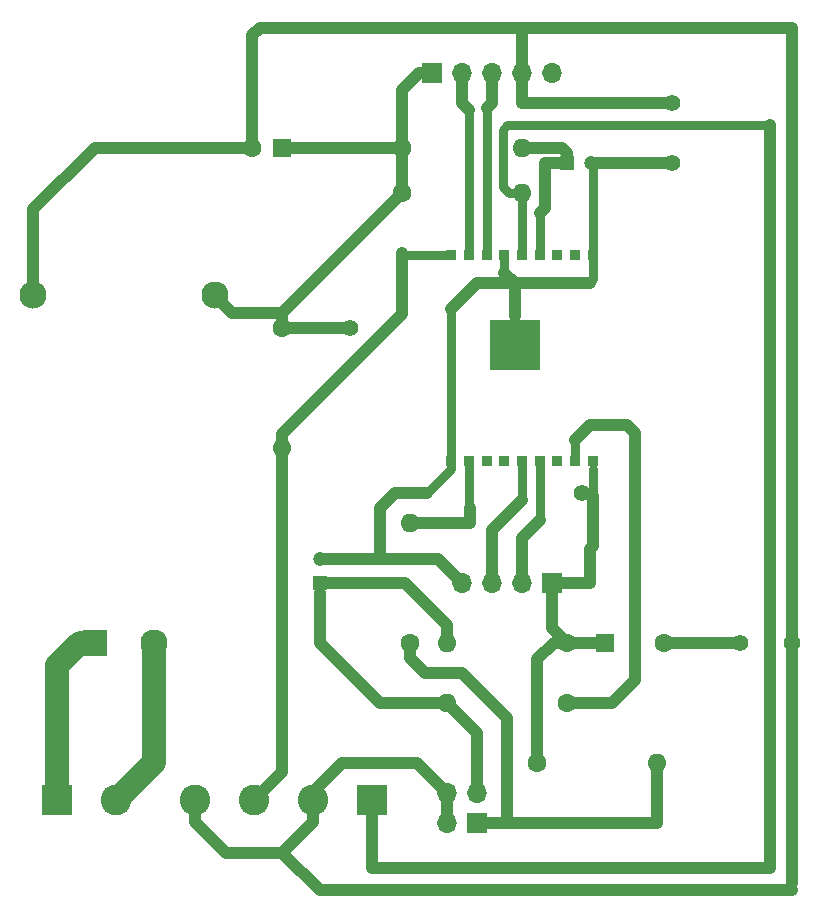
<source format=gbl>
G04 #@! TF.GenerationSoftware,KiCad,Pcbnew,5.1.5-52549c5~86~ubuntu18.04.1*
G04 #@! TF.CreationDate,2020-05-10T17:19:42+02:00*
G04 #@! TF.ProjectId,Wasserhahn,57617373-6572-4686-9168-6e2e6b696361,rev?*
G04 #@! TF.SameCoordinates,Original*
G04 #@! TF.FileFunction,Copper,L2,Bot*
G04 #@! TF.FilePolarity,Positive*
%FSLAX46Y46*%
G04 Gerber Fmt 4.6, Leading zero omitted, Abs format (unit mm)*
G04 Created by KiCad (PCBNEW 5.1.5-52549c5~86~ubuntu18.04.1) date 2020-05-10 17:19:42*
%MOMM*%
%LPD*%
G04 APERTURE LIST*
%ADD10R,2.600000X2.600000*%
%ADD11C,2.600000*%
%ADD12C,1.600000*%
%ADD13R,1.600000X1.600000*%
%ADD14O,1.600000X1.600000*%
%ADD15R,0.912500X0.850000*%
%ADD16R,4.300000X4.300000*%
%ADD17R,1.200000X1.200000*%
%ADD18C,1.200000*%
%ADD19R,1.700000X1.700000*%
%ADD20O,1.700000X1.700000*%
%ADD21C,2.300000*%
%ADD22R,2.000000X2.300000*%
%ADD23C,1.400000*%
%ADD24C,1.000000*%
%ADD25C,0.800000*%
%ADD26C,0.250000*%
%ADD27C,0.500000*%
%ADD28C,2.000000*%
G04 APERTURE END LIST*
D10*
X147320000Y-95885000D03*
D11*
X142320000Y-95885000D03*
X137320000Y-95885000D03*
X132320000Y-95885000D03*
D12*
X172005000Y-82550000D03*
D13*
X167005000Y-82550000D03*
D12*
X150495000Y-82550000D03*
D14*
X150495000Y-72390000D03*
D15*
X166020000Y-49682500D03*
X164520000Y-49682500D03*
X163020000Y-49682500D03*
X161520000Y-49682500D03*
X160020000Y-49682500D03*
X158520000Y-49682500D03*
X157020000Y-49682500D03*
X155520000Y-49682500D03*
X154020000Y-49682500D03*
X154020000Y-67157500D03*
X155520000Y-67157500D03*
X157020000Y-67157500D03*
X158520000Y-67157500D03*
X160020000Y-67157500D03*
X161520000Y-67157500D03*
X163020000Y-67157500D03*
X164520000Y-67157500D03*
X166020000Y-67157500D03*
D16*
X159440000Y-57300000D03*
D17*
X142875000Y-77470000D03*
D18*
X142875000Y-75470000D03*
X165830000Y-41910000D03*
D17*
X163830000Y-41910000D03*
D13*
X139700000Y-40640000D03*
D12*
X137200000Y-40640000D03*
D10*
X120650000Y-95885000D03*
D11*
X125650000Y-95885000D03*
D19*
X162560000Y-77470000D03*
D20*
X160020000Y-77470000D03*
X157480000Y-77470000D03*
X154940000Y-77470000D03*
D19*
X152400000Y-34290000D03*
D20*
X154940000Y-34290000D03*
X157480000Y-34290000D03*
X160020000Y-34290000D03*
X162560000Y-34290000D03*
D19*
X156210000Y-97790000D03*
D20*
X153670000Y-97790000D03*
X156210000Y-95250000D03*
X153670000Y-95250000D03*
D21*
X118625000Y-53150000D03*
D22*
X123825000Y-82550000D03*
D21*
X128825000Y-82550000D03*
X134025000Y-53150000D03*
D12*
X163830000Y-87630000D03*
D14*
X153670000Y-87630000D03*
D12*
X163830000Y-82550000D03*
D14*
X153670000Y-82550000D03*
X160020000Y-40640000D03*
D12*
X149860000Y-40640000D03*
D14*
X139700000Y-66040000D03*
D12*
X139700000Y-55880000D03*
X149860000Y-44450000D03*
D14*
X160020000Y-44450000D03*
X171450000Y-92710000D03*
D12*
X161290000Y-92710000D03*
D23*
X178435000Y-82550000D03*
X172720000Y-41910000D03*
X172720000Y-36830000D03*
X182880000Y-82550000D03*
X145415000Y-55880000D03*
X165100000Y-69850000D03*
D24*
X139700000Y-64908630D02*
X149860000Y-54748630D01*
X139700000Y-66040000D02*
X139700000Y-64908630D01*
X149860000Y-54748630D02*
X149860000Y-49530000D01*
D25*
X150012500Y-49682500D02*
X154020000Y-49682500D01*
D26*
X149860000Y-49530000D02*
X150012500Y-49682500D01*
X137320000Y-95885000D02*
X137320000Y-94896409D01*
D24*
X139700000Y-93505000D02*
X137320000Y-95885000D01*
X139700000Y-66040000D02*
X139700000Y-93505000D01*
D26*
X166020000Y-42100000D02*
X165830000Y-41910000D01*
D25*
X166020000Y-49682500D02*
X166020000Y-42100000D01*
D24*
X160020000Y-30480000D02*
X160020000Y-34290000D01*
X142320000Y-97723477D02*
X142320000Y-95885000D01*
X132320000Y-95885000D02*
X132320000Y-97723477D01*
X132320000Y-97723477D02*
X134926523Y-100330000D01*
X134926523Y-100330000D02*
X139700000Y-100330000D01*
D26*
X142240000Y-97790000D02*
X142253477Y-97790000D01*
D24*
X139700000Y-100330000D02*
X142240000Y-97790000D01*
D26*
X142253477Y-97790000D02*
X142320000Y-97723477D01*
D24*
X153670000Y-97087081D02*
X153670000Y-95885000D01*
D25*
X166020000Y-49682500D02*
X166020000Y-51785000D01*
D27*
X166020000Y-51785000D02*
X165735000Y-52070000D01*
D24*
X165735000Y-52070000D02*
X159385000Y-52070000D01*
D25*
X158520000Y-51205000D02*
X158520000Y-49682500D01*
D24*
X159385000Y-52070000D02*
X158520000Y-51205000D01*
X159385000Y-52070000D02*
X156210000Y-52070000D01*
D25*
X154020000Y-54260000D02*
X154020000Y-67157500D01*
D24*
X156210000Y-52070000D02*
X154020000Y-54260000D01*
D27*
X159440000Y-54900000D02*
X159385000Y-54845000D01*
X159440000Y-57300000D02*
X159440000Y-54900000D01*
D24*
X159385000Y-54845000D02*
X159385000Y-52070000D01*
D25*
X154020000Y-67832500D02*
X152002500Y-69850000D01*
X154020000Y-67157500D02*
X154020000Y-67832500D01*
D24*
X152002500Y-69850000D02*
X150495000Y-69850000D01*
X147955000Y-71120000D02*
X147955000Y-75470000D01*
X149225000Y-69850000D02*
X147955000Y-71120000D01*
X142875000Y-75470000D02*
X147955000Y-75470000D01*
X152940000Y-75470000D02*
X154940000Y-77470000D01*
X147955000Y-75470000D02*
X152940000Y-75470000D01*
X149225000Y-69850000D02*
X150495000Y-69850000D01*
X142253477Y-95236523D02*
X144780000Y-92710000D01*
X151130000Y-92710000D02*
X153670000Y-95250000D01*
X144780000Y-92710000D02*
X151130000Y-92710000D01*
D26*
X160020000Y-34290000D02*
X160020000Y-33087919D01*
D24*
X160020000Y-33087919D02*
X160020000Y-30480000D01*
X142875000Y-103505000D02*
X139700000Y-100330000D01*
X160020000Y-30480000D02*
X182880000Y-30480000D01*
X182880000Y-30480000D02*
X182880000Y-71755000D01*
X160020000Y-34290000D02*
X160020000Y-35492081D01*
X160020000Y-35492081D02*
X160020000Y-36830000D01*
X160020000Y-36830000D02*
X172720000Y-36830000D01*
D26*
X172720000Y-36830000D02*
X172720000Y-36830000D01*
D24*
X165830000Y-41910000D02*
X172175001Y-41910000D01*
D26*
X172175001Y-41910000D02*
X172720000Y-41910000D01*
X172005000Y-82550000D02*
X172679991Y-82550000D01*
D24*
X182880000Y-82550000D02*
X182880000Y-102870000D01*
D27*
X182880000Y-102870000D02*
X182880000Y-103505000D01*
D24*
X182880000Y-103505000D02*
X142875000Y-103505000D01*
X182880000Y-71755000D02*
X182880000Y-82550000D01*
X118625000Y-53150000D02*
X118625000Y-45840000D01*
X123825000Y-40640000D02*
X137200000Y-40640000D01*
X118625000Y-45840000D02*
X123825000Y-40640000D01*
D26*
X154020000Y-54260000D02*
X154020000Y-60040000D01*
D24*
X137200000Y-40640000D02*
X137200000Y-31075000D01*
X137795000Y-30480000D02*
X160020000Y-30480000D01*
X137200000Y-31075000D02*
X137795000Y-30480000D01*
X172005000Y-82550000D02*
X178435000Y-82550000D01*
X149860000Y-44450000D02*
X149860000Y-40640000D01*
X151300000Y-34290000D02*
X152400000Y-34290000D01*
X149860000Y-35730000D02*
X151300000Y-34290000D01*
X149860000Y-40640000D02*
X149860000Y-35730000D01*
X162560000Y-81280000D02*
X163830000Y-82550000D01*
X162560000Y-77470000D02*
X162560000Y-81280000D01*
D27*
X166020000Y-67832500D02*
X166020000Y-67157500D01*
D24*
X162698630Y-82550000D02*
X161290000Y-83958630D01*
X163830000Y-82550000D02*
X162698630Y-82550000D01*
X161290000Y-83958630D02*
X161290000Y-92710000D01*
X163830000Y-82550000D02*
X167005000Y-82550000D01*
X139700000Y-54610000D02*
X139700000Y-55880000D01*
X149860000Y-44450000D02*
X139700000Y-54610000D01*
X139700000Y-55880000D02*
X145415000Y-55880000D01*
D26*
X145415000Y-55880000D02*
X145415000Y-55880000D01*
D27*
X165735000Y-69850000D02*
X166020000Y-70135000D01*
D26*
X165100000Y-69850000D02*
X165735000Y-69850000D01*
D24*
X166020000Y-74365000D02*
X166020000Y-70135000D01*
D25*
X166020000Y-70135000D02*
X166020000Y-67832500D01*
D24*
X135485000Y-54610000D02*
X134025000Y-53150000D01*
X139700000Y-54610000D02*
X135485000Y-54610000D01*
X139700000Y-40640000D02*
X149860000Y-40640000D01*
X162560000Y-77470000D02*
X165735000Y-77470000D01*
D27*
X165735000Y-74650000D02*
X166020000Y-74365000D01*
D24*
X165735000Y-77470000D02*
X165735000Y-74650000D01*
X163830000Y-41060000D02*
X163830000Y-41910000D01*
X163410000Y-40640000D02*
X163830000Y-41060000D01*
X160020000Y-40640000D02*
X163410000Y-40640000D01*
D25*
X161520000Y-49682500D02*
X161520000Y-46125000D01*
D24*
X161520000Y-46125000D02*
X161925000Y-45720000D01*
X161925000Y-45720000D02*
X161925000Y-41910000D01*
X161925000Y-41910000D02*
X163830000Y-41910000D01*
D28*
X120650000Y-84475000D02*
X122575000Y-82550000D01*
X120650000Y-95885000D02*
X120650000Y-84475000D01*
X123825000Y-82550000D02*
X122575000Y-82550000D01*
X128825000Y-92710000D02*
X128825000Y-82550000D01*
X125650000Y-95885000D02*
X128825000Y-92710000D01*
D25*
X161520000Y-67157500D02*
X161520000Y-72160000D01*
D24*
X161520000Y-72160000D02*
X160020000Y-73660000D01*
X160020000Y-73660000D02*
X160020000Y-77470000D01*
D25*
X160020000Y-67157500D02*
X160020000Y-70485000D01*
D24*
X160020000Y-70485000D02*
X157480000Y-73025000D01*
X157480000Y-73025000D02*
X157480000Y-77470000D01*
D25*
X155520000Y-49682500D02*
X155520000Y-37410000D01*
D24*
X154940000Y-36830000D02*
X154940000Y-34290000D01*
X155520000Y-37410000D02*
X154940000Y-36830000D01*
D25*
X157020000Y-49682500D02*
X157020000Y-37290000D01*
D24*
X157480000Y-36830000D02*
X157480000Y-34290000D01*
X157020000Y-37290000D02*
X157480000Y-36830000D01*
X150495000Y-82550000D02*
X150495000Y-83820000D01*
X150495000Y-83820000D02*
X151765000Y-85090000D01*
X151765000Y-85090000D02*
X154940000Y-85090000D01*
X154940000Y-85090000D02*
X158750000Y-88900000D01*
X156210000Y-97790000D02*
X158750000Y-97790000D01*
X158750000Y-88900000D02*
X158750000Y-97790000D01*
X158750000Y-97790000D02*
X171450000Y-97790000D01*
X171450000Y-92710000D02*
X171450000Y-97790000D01*
D26*
X155520000Y-71065000D02*
X155575000Y-71120000D01*
D25*
X155520000Y-67157500D02*
X155520000Y-71065000D01*
D24*
X150495000Y-72390000D02*
X155575000Y-72390000D01*
X155575000Y-72390000D02*
X155575000Y-71120000D01*
D26*
X164520000Y-66482500D02*
X164465000Y-66427500D01*
D25*
X164520000Y-67157500D02*
X164520000Y-66482500D01*
X164465000Y-66427500D02*
X164465000Y-65405000D01*
D24*
X164465000Y-65405000D02*
X165735000Y-64135000D01*
X165735000Y-64135000D02*
X168910000Y-64135000D01*
X168910000Y-64135000D02*
X169545000Y-64770000D01*
X169545000Y-64770000D02*
X169545000Y-85725000D01*
X167640000Y-87630000D02*
X163830000Y-87630000D01*
X169545000Y-85725000D02*
X167640000Y-87630000D01*
X156210000Y-90170000D02*
X153670000Y-87630000D01*
X156210000Y-95250000D02*
X156210000Y-90170000D01*
X149225000Y-77470000D02*
X142875000Y-77470000D01*
X150075000Y-77470000D02*
X149225000Y-77470000D01*
X153670000Y-82550000D02*
X153670000Y-81065000D01*
X153670000Y-81065000D02*
X150075000Y-77470000D01*
D27*
X142875000Y-78320000D02*
X142875000Y-77470000D01*
D24*
X153670000Y-87630000D02*
X152185000Y-87630000D01*
X142875000Y-78320000D02*
X142875000Y-82550000D01*
X147955000Y-87630000D02*
X153670000Y-87630000D01*
X142875000Y-82550000D02*
X147955000Y-87630000D01*
D25*
X160020000Y-49682500D02*
X160020000Y-44450000D01*
D24*
X180975000Y-101600000D02*
X147320000Y-101600000D01*
X147320000Y-101600000D02*
X147320000Y-95885000D01*
X180975000Y-38735000D02*
X180975000Y-101600000D01*
D25*
X158888630Y-44450000D02*
X160020000Y-44450000D01*
X158369000Y-43930370D02*
X158888630Y-44450000D01*
X158369000Y-39116000D02*
X158369000Y-43930370D01*
X158750000Y-38735000D02*
X158369000Y-39116000D01*
X180975000Y-38735000D02*
X158750000Y-38735000D01*
M02*

</source>
